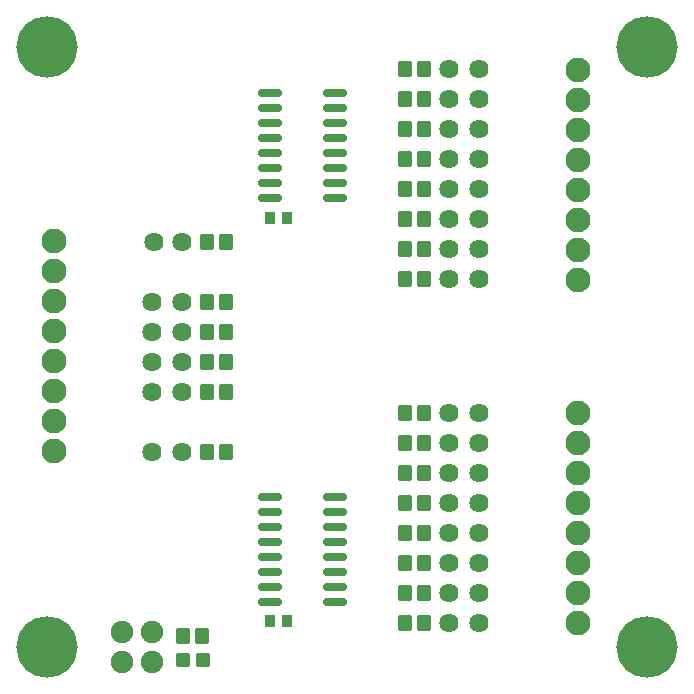
<source format=gts>
G04 Layer: TopSolderMaskLayer*
G04 EasyEDA v6.5.32, 2023-07-30 21:58:18*
G04 7de9140c348b43c9878d0c7d88b18126,5a6b42c53f6a479593ecc07194224c93,10*
G04 Gerber Generator version 0.2*
G04 Scale: 100 percent, Rotated: No, Reflected: No *
G04 Dimensions in millimeters *
G04 leading zeros omitted , absolute positions ,4 integer and 5 decimal *
%FSLAX45Y45*%
%MOMM*%

%AMMACRO1*1,1,$1,$2,$3*1,1,$1,$4,$5*1,1,$1,0-$2,0-$3*1,1,$1,0-$4,0-$5*20,1,$1,$2,$3,$4,$5,0*20,1,$1,$4,$5,0-$2,0-$3,0*20,1,$1,0-$2,0-$3,0-$4,0-$5,0*20,1,$1,0-$4,0-$5,$2,$3,0*4,1,4,$2,$3,$4,$5,0-$2,0-$3,0-$4,0-$5,$2,$3,0*%
%ADD10MACRO1,0.1016X0.4X-0.45X-0.4X-0.45*%
%ADD11MACRO1,0.2032X0.45X0.5X0.45X-0.5*%
%ADD12MACRO1,0.2032X-0.5X0.55X0.5X0.55*%
%ADD13MACRO1,0.2032X0.5X-0.55X-0.5X-0.55*%
%ADD14O,2.0725892000000004X0.7036053999999999*%
%ADD15C,5.2032*%
%ADD16C,1.6256*%
%ADD17C,1.9016*%
%ADD18C,2.1016*%

%LPD*%
D10*
G01*
X2266789Y596900D03*
G01*
X2406789Y596900D03*
D11*
G01*
X1697908Y266707D03*
G01*
X1527909Y266707D03*
D12*
G01*
X1692907Y469900D03*
G01*
X1532907Y469900D03*
G01*
X3572499Y5270492D03*
G01*
X3412500Y5270492D03*
G01*
X3572499Y5016492D03*
G01*
X3412500Y5016492D03*
G01*
X3572499Y4762492D03*
G01*
X3412500Y4762492D03*
G01*
X3572499Y4508492D03*
G01*
X3412500Y4508492D03*
G01*
X3572499Y4254492D03*
G01*
X3412500Y4254492D03*
G01*
X3572499Y4000492D03*
G01*
X3412500Y4000492D03*
G01*
X3572499Y3746492D03*
G01*
X3412500Y3746492D03*
G01*
X3572499Y3492492D03*
G01*
X3412500Y3492492D03*
G01*
X3572499Y584194D03*
G01*
X3412500Y584194D03*
G01*
X3572499Y838194D03*
G01*
X3412500Y838194D03*
G01*
X3572499Y1092194D03*
G01*
X3412500Y1092194D03*
G01*
X3572499Y1346194D03*
G01*
X3412500Y1346194D03*
G01*
X3572499Y1600194D03*
G01*
X3412500Y1600194D03*
G01*
X3572499Y1854194D03*
G01*
X3412500Y1854194D03*
G01*
X3572499Y2108194D03*
G01*
X3412500Y2108194D03*
G01*
X3572499Y2362194D03*
G01*
X3412500Y2362194D03*
D13*
G01*
X1736089Y3809992D03*
G01*
X1896089Y3809992D03*
G01*
X1736089Y3301992D03*
G01*
X1896089Y3301992D03*
G01*
X1736089Y3047994D03*
G01*
X1896089Y3047994D03*
G01*
X1736089Y2793994D03*
G01*
X1896089Y2793994D03*
G01*
X1736089Y2539994D03*
G01*
X1896089Y2539994D03*
G01*
X1736089Y2031994D03*
G01*
X1896089Y2031994D03*
D10*
G01*
X2266792Y4013194D03*
G01*
X2406792Y4013194D03*
D14*
G01*
X2813558Y762000D03*
G01*
X2813558Y889000D03*
G01*
X2813558Y1016000D03*
G01*
X2813558Y1143000D03*
G01*
X2813558Y1270000D03*
G01*
X2813558Y1397000D03*
G01*
X2813558Y1524000D03*
G01*
X2813558Y1651000D03*
G01*
X2266441Y762000D03*
G01*
X2266441Y889000D03*
G01*
X2266441Y1016000D03*
G01*
X2266441Y1143000D03*
G01*
X2266441Y1270000D03*
G01*
X2266441Y1397000D03*
G01*
X2266441Y1524000D03*
G01*
X2266441Y1651000D03*
G01*
X2813558Y4178300D03*
G01*
X2813558Y4305300D03*
G01*
X2813558Y4432300D03*
G01*
X2813558Y4559300D03*
G01*
X2813558Y4686300D03*
G01*
X2813558Y4813300D03*
G01*
X2813558Y4940300D03*
G01*
X2813558Y5067300D03*
G01*
X2266441Y4178300D03*
G01*
X2266441Y4305300D03*
G01*
X2266441Y4432300D03*
G01*
X2266441Y4559300D03*
G01*
X2266441Y4686300D03*
G01*
X2266441Y4813300D03*
G01*
X2266441Y4940300D03*
G01*
X2266441Y5067300D03*
D15*
G01*
X5461000Y381000D03*
G01*
X381000Y381000D03*
G01*
X381000Y5461000D03*
G01*
X5461000Y5461000D03*
D16*
G01*
X4038600Y3492500D03*
G01*
X3784600Y3492500D03*
G01*
X4038600Y3746500D03*
G01*
X3784600Y3746500D03*
G01*
X3784600Y4254500D03*
G01*
X4038600Y4254500D03*
G01*
X3784600Y4000500D03*
G01*
X4038600Y4000500D03*
G01*
X4038600Y5016500D03*
G01*
X3784600Y5016500D03*
G01*
X4038600Y5270500D03*
G01*
X3784600Y5270500D03*
G01*
X3784600Y4762500D03*
G01*
X4038600Y4762500D03*
G01*
X3784600Y4508500D03*
G01*
X4038600Y4508500D03*
G01*
X4038600Y1600200D03*
G01*
X3784600Y1600200D03*
G01*
X4038600Y1854200D03*
G01*
X3784600Y1854200D03*
G01*
X3784600Y2362200D03*
G01*
X4038600Y2362200D03*
G01*
X3784600Y2108200D03*
G01*
X4038600Y2108200D03*
G01*
X4038600Y1092200D03*
G01*
X3784600Y1092200D03*
G01*
X4038600Y1346200D03*
G01*
X3784600Y1346200D03*
G01*
X3784600Y838200D03*
G01*
X4038600Y838200D03*
G01*
X3784600Y584200D03*
G01*
X4038600Y584200D03*
G01*
X1270000Y2794000D03*
G01*
X1524000Y2794000D03*
G01*
X1270000Y2540000D03*
G01*
X1524000Y2540000D03*
G01*
X1524000Y2032000D03*
G01*
X1270000Y2032000D03*
G01*
X1270000Y3302000D03*
G01*
X1524000Y3302000D03*
G01*
X1270000Y3048000D03*
G01*
X1524000Y3048000D03*
G01*
X1524000Y3810000D03*
G01*
X1282700Y3810000D03*
D17*
G01*
X1270000Y254000D03*
G01*
X1270000Y508000D03*
G01*
X1016000Y508000D03*
G01*
X1016000Y254000D03*
D18*
G01*
X435406Y3812794D03*
G01*
X435406Y3558794D03*
G01*
X435406Y3304794D03*
G01*
X435406Y3050794D03*
G01*
X435406Y2796794D03*
G01*
X435406Y2542794D03*
G01*
X435406Y2288794D03*
G01*
X435406Y2034794D03*
G01*
X4873193Y5267705D03*
G01*
X4873193Y5013705D03*
G01*
X4873193Y4759705D03*
G01*
X4873193Y4505705D03*
G01*
X4873193Y4251705D03*
G01*
X4873193Y3997705D03*
G01*
X4873193Y3743705D03*
G01*
X4873193Y3489705D03*
G01*
X4873218Y581405D03*
G01*
X4873218Y835405D03*
G01*
X4873218Y1089405D03*
G01*
X4873218Y1343405D03*
G01*
X4873218Y1597405D03*
G01*
X4873218Y1851405D03*
G01*
X4873218Y2105405D03*
G01*
X4873218Y2359405D03*
M02*

</source>
